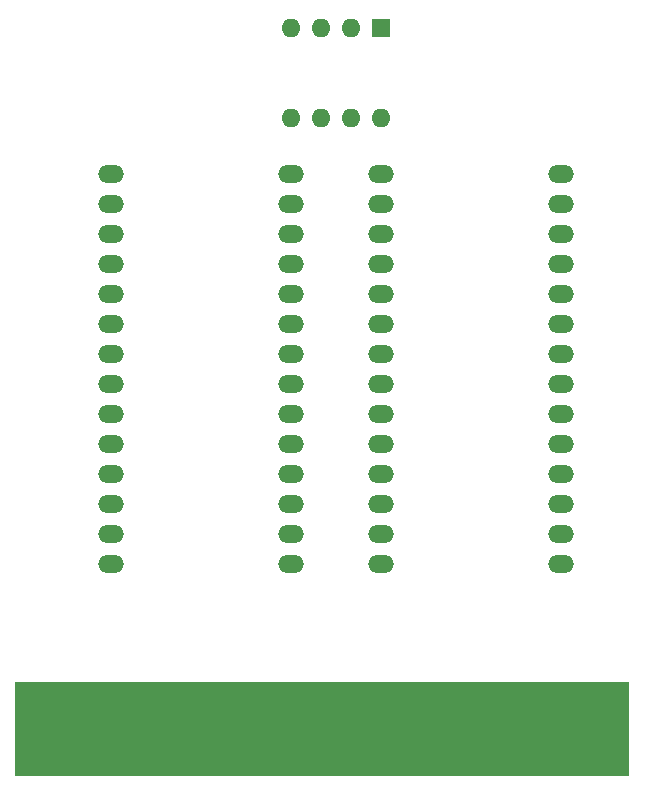
<source format=gbr>
G04 #@! TF.GenerationSoftware,KiCad,Pcbnew,(5.1.5-0-10_14)*
G04 #@! TF.CreationDate,2020-07-12T14:24:48+02:00*
G04 #@! TF.ProjectId,OpenC16Cart,4f70656e-4331-4364-9361-72742e6b6963,3*
G04 #@! TF.SameCoordinates,Original*
G04 #@! TF.FileFunction,Soldermask,Bot*
G04 #@! TF.FilePolarity,Negative*
%FSLAX46Y46*%
G04 Gerber Fmt 4.6, Leading zero omitted, Abs format (unit mm)*
G04 Created by KiCad (PCBNEW (5.1.5-0-10_14)) date 2020-07-12 14:24:48*
%MOMM*%
%LPD*%
G04 APERTURE LIST*
%ADD10R,52.000000X8.000000*%
%ADD11O,1.600000X1.600000*%
%ADD12R,1.600000X1.600000*%
%ADD13O,2.199640X1.501140*%
G04 APERTURE END LIST*
D10*
X147447000Y-124460000D03*
D11*
X152400000Y-72771000D03*
X144780000Y-65151000D03*
X149860000Y-72771000D03*
X147320000Y-65151000D03*
X147320000Y-72771000D03*
X149860000Y-65151000D03*
X144780000Y-72771000D03*
D12*
X152400000Y-65151000D03*
D13*
X144780000Y-110490000D03*
X144780000Y-107950000D03*
X144780000Y-105410000D03*
X144780000Y-102870000D03*
X144780000Y-100330000D03*
X144780000Y-97790000D03*
X144780000Y-95250000D03*
X144780000Y-92710000D03*
X144780000Y-90170000D03*
X144780000Y-87630000D03*
X144780000Y-85090000D03*
X144780000Y-82550000D03*
X144780000Y-80010000D03*
X144780000Y-77470000D03*
X129540000Y-77470000D03*
X129540000Y-80010000D03*
X129540000Y-82550000D03*
X129540000Y-85090000D03*
X129540000Y-87630000D03*
X129540000Y-90170000D03*
X129540000Y-92710000D03*
X129540000Y-95250000D03*
X129540000Y-97790000D03*
X129540000Y-100330000D03*
X129540000Y-102870000D03*
X129540000Y-105410000D03*
X129540000Y-107950000D03*
X129540000Y-110490000D03*
X167640000Y-110490000D03*
X167640000Y-107950000D03*
X167640000Y-105410000D03*
X167640000Y-102870000D03*
X167640000Y-100330000D03*
X167640000Y-97790000D03*
X167640000Y-95250000D03*
X167640000Y-92710000D03*
X167640000Y-90170000D03*
X167640000Y-87630000D03*
X167640000Y-85090000D03*
X167640000Y-82550000D03*
X167640000Y-80010000D03*
X167640000Y-77470000D03*
X152400000Y-77470000D03*
X152400000Y-80010000D03*
X152400000Y-82550000D03*
X152400000Y-85090000D03*
X152400000Y-87630000D03*
X152400000Y-90170000D03*
X152400000Y-92710000D03*
X152400000Y-95250000D03*
X152400000Y-97790000D03*
X152400000Y-100330000D03*
X152400000Y-102870000D03*
X152400000Y-105410000D03*
X152400000Y-107950000D03*
X152400000Y-110490000D03*
M02*

</source>
